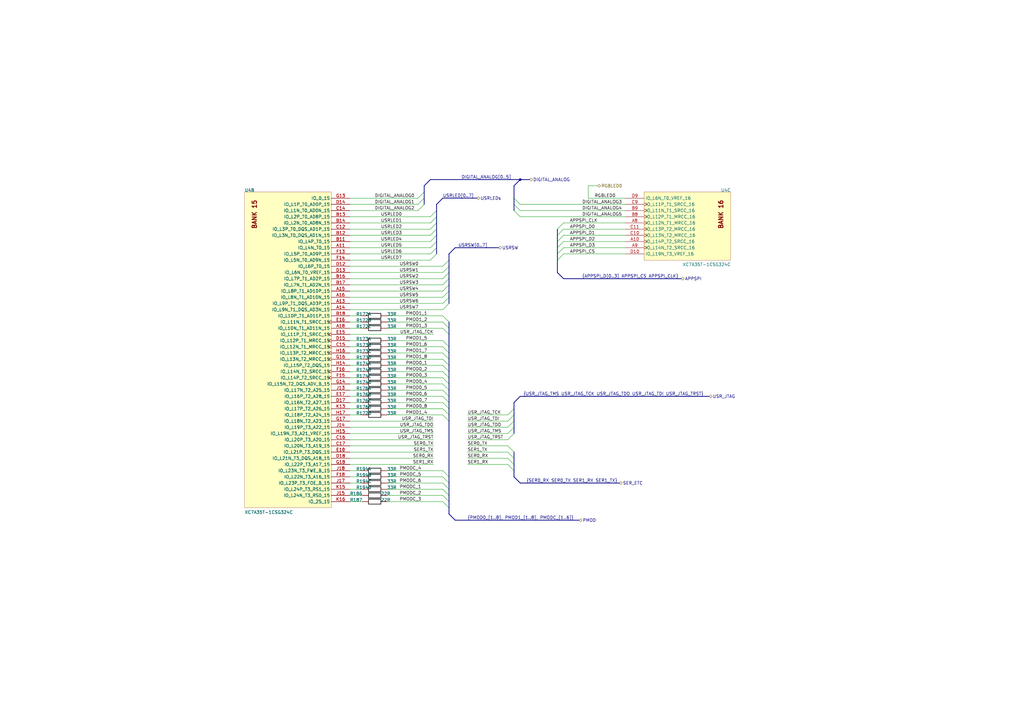
<source format=kicad_sch>
(kicad_sch (version 20231120) (generator "eeschema") (generator_version "8.0")
  (paper "A3")
  (title_block (title "NAE-SONATA-ONE") (date "2024-08-16") (rev "10") (company "NewAE Technology") (comment 2 "Apache-2"))
  (junction (at 213.36 73.66))
  (bus_entry (at 184.15 195.58) (size -2.54 -2.54))
  (bus_entry (at 210.82 83.82) (size 2.54 2.54))
  (bus_entry (at 184.15 144.78) (size -2.54 -2.54))
  (bus_entry (at 208.28 172.72) (size 2.54 -2.54))
  (bus_entry (at 208.28 190.5) (size 2.54 2.54))
  (bus_entry (at 171.45 83.82) (size 2.54 -2.54))
  (bus_entry (at 181.61 111.76) (size 2.54 -2.54))
  (bus_entry (at 184.15 154.94) (size -2.54 -2.54))
  (bus_entry (at 208.28 180.34) (size 2.54 -2.54))
  (bus_entry (at 176.53 93.98) (size 2.54 -2.54))
  (bus_entry (at 171.45 86.36) (size 2.54 -2.54))
  (bus_entry (at 184.15 172.72) (size -2.54 -2.54))
  (bus_entry (at 184.15 157.48) (size -2.54 -2.54))
  (bus_entry (at 184.15 152.4) (size -2.54 -2.54))
  (bus_entry (at 184.15 137.16) (size -2.54 -2.54))
  (bus_entry (at 208.28 175.26) (size 2.54 -2.54))
  (bus_entry (at 181.61 121.92) (size 2.54 -2.54))
  (bus_entry (at 228.6 99.06) (size 2.54 -2.54))
  (bus_entry (at 184.15 205.74) (size -2.54 -2.54))
  (bus_entry (at 184.15 142.24) (size -2.54 -2.54))
  (bus_entry (at 228.6 104.14) (size 2.54 -2.54))
  (bus_entry (at 181.61 124.46) (size 2.54 -2.54))
  (bus_entry (at 184.15 200.66) (size -2.54 -2.54))
  (bus_entry (at 181.61 127) (size 2.54 -2.54))
  (bus_entry (at 176.53 104.14) (size 2.54 -2.54))
  (bus_entry (at 228.6 106.68) (size 2.54 -2.54))
  (bus_entry (at 181.61 109.22) (size 2.54 -2.54))
  (bus_entry (at 176.53 96.52) (size 2.54 -2.54))
  (bus_entry (at 184.15 170.18) (size -2.54 -2.54))
  (bus_entry (at 181.61 119.38) (size 2.54 -2.54))
  (bus_entry (at 208.28 170.18) (size 2.54 -2.54))
  (bus_entry (at 184.15 165.1) (size -2.54 -2.54))
  (bus_entry (at 184.15 208.28) (size -2.54 -2.54))
  (bus_entry (at 208.28 182.88) (size 2.54 2.54))
  (bus_entry (at 181.61 116.84) (size 2.54 -2.54))
  (bus_entry (at 208.28 187.96) (size 2.54 2.54))
  (bus_entry (at 176.53 91.44) (size 2.54 -2.54))
  (bus_entry (at 184.15 132.08) (size -2.54 -2.54))
  (bus_entry (at 176.53 106.68) (size 2.54 -2.54))
  (bus_entry (at 208.28 177.8) (size 2.54 -2.54))
  (bus_entry (at 210.82 86.36) (size 2.54 2.54))
  (bus_entry (at 184.15 203.2) (size -2.54 -2.54))
  (bus_entry (at 184.15 162.56) (size -2.54 -2.54))
  (bus_entry (at 184.15 134.62) (size -2.54 -2.54))
  (bus_entry (at 184.15 160.02) (size -2.54 -2.54))
  (bus_entry (at 176.53 99.06) (size 2.54 -2.54))
  (bus_entry (at 228.6 101.6) (size 2.54 -2.54))
  (bus_entry (at 184.15 167.64) (size -2.54 -2.54))
  (bus_entry (at 228.6 93.98) (size 2.54 -2.54))
  (bus_entry (at 210.82 81.28) (size 2.54 2.54))
  (bus_entry (at 171.45 81.28) (size 2.54 -2.54))
  (bus_entry (at 181.61 114.3) (size 2.54 -2.54))
  (bus_entry (at 208.28 185.42) (size 2.54 2.54))
  (bus_entry (at 184.15 149.86) (size -2.54 -2.54))
  (bus_entry (at 184.15 147.32) (size -2.54 -2.54))
  (bus_entry (at 184.15 198.12) (size -2.54 -2.54))
  (bus_entry (at 228.6 96.52) (size 2.54 -2.54))
  (bus_entry (at 176.53 101.6) (size 2.54 -2.54))
  (bus_entry (at 176.53 88.9) (size 2.54 -2.54))
  (bus (pts (xy 184.15 170.18) (xy 184.15 172.72)))
  (bus (pts (xy 213.36 73.66) (xy 217.17 73.66)))
  (wire (pts (xy 231.14 104.14) (xy 256.54 104.14)))
  (wire (pts (xy 191.77 177.8) (xy 208.28 177.8)))
  (bus (pts (xy 228.6 93.98) (xy 228.6 96.52)))
  (bus (pts (xy 176.53 73.66) (xy 213.36 73.66)))
  (wire (pts (xy 143.51 182.88) (xy 177.8 182.88)))
  (wire (pts (xy 143.51 86.36) (xy 171.45 86.36)))
  (wire (pts (xy 158.75 160.02) (xy 181.61 160.02)))
  (wire (pts (xy 143.51 127) (xy 181.61 127)))
  (bus (pts (xy 184.15 208.28) (xy 184.15 210.82)))
  (wire (pts (xy 158.75 154.94) (xy 181.61 154.94)))
  (wire (pts (xy 143.51 99.06) (xy 176.53 99.06)))
  (bus (pts (xy 173.99 81.28) (xy 173.99 78.74)))
  (wire (pts (xy 158.75 149.86) (xy 181.61 149.86)))
  (bus (pts (xy 184.15 124.46) (xy 184.15 121.92)))
  (wire (pts (xy 143.51 129.54) (xy 148.59 129.54)))
  (wire (pts (xy 158.75 162.56) (xy 181.61 162.56)))
  (bus (pts (xy 184.15 205.74) (xy 184.15 208.28)))
  (wire (pts (xy 143.51 177.8) (xy 177.8 177.8)))
  (wire (pts (xy 158.75 139.7) (xy 181.61 139.7)))
  (wire (pts (xy 158.75 147.32) (xy 181.61 147.32)))
  (wire (pts (xy 143.51 106.68) (xy 176.53 106.68)))
  (wire (pts (xy 143.51 185.42) (xy 177.8 185.42)))
  (wire (pts (xy 158.75 132.08) (xy 181.61 132.08)))
  (bus (pts (xy 184.15 154.94) (xy 184.15 157.48)))
  (bus (pts (xy 181.61 81.28) (xy 195.58 81.28)))
  (wire (pts (xy 143.51 111.76) (xy 181.61 111.76)))
  (wire (pts (xy 143.51 96.52) (xy 176.53 96.52)))
  (wire (pts (xy 231.14 101.6) (xy 256.54 101.6)))
  (bus (pts (xy 184.15 203.2) (xy 184.15 205.74)))
  (bus (pts (xy 184.15 104.14) (xy 186.69 101.6)))
  (bus (pts (xy 186.69 101.6) (xy 204.47 101.6)))
  (wire (pts (xy 181.61 124.46) (xy 143.51 124.46)))
  (wire (pts (xy 148.59 157.48) (xy 143.51 157.48)))
  (bus (pts (xy 184.15 198.12) (xy 184.15 200.66)))
  (wire (pts (xy 143.51 109.22) (xy 181.61 109.22)))
  (wire (pts (xy 143.51 132.08) (xy 148.59 132.08)))
  (bus (pts (xy 210.82 177.8) (xy 210.82 175.26)))
  (bus (pts (xy 184.15 147.32) (xy 184.15 149.86)))
  (wire (pts (xy 213.36 83.82) (xy 256.54 83.82)))
  (wire (pts (xy 148.59 200.66) (xy 143.51 200.66)))
  (wire (pts (xy 191.77 175.26) (xy 208.28 175.26)))
  (bus (pts (xy 179.07 104.14) (xy 179.07 101.6)))
  (bus (pts (xy 210.82 83.82) (xy 210.82 86.36)))
  (bus (pts (xy 179.07 99.06) (xy 179.07 96.52)))
  (wire (pts (xy 181.61 200.66) (xy 158.75 200.66)))
  (wire (pts (xy 241.3 76.2) (xy 241.3 81.28)))
  (wire (pts (xy 148.59 193.04) (xy 143.51 193.04)))
  (bus (pts (xy 179.07 101.6) (xy 179.07 99.06)))
  (bus (pts (xy 173.99 78.74) (xy 173.99 76.2)))
  (bus (pts (xy 184.15 165.1) (xy 184.15 167.64)))
  (wire (pts (xy 143.51 139.7) (xy 148.59 139.7)))
  (bus (pts (xy 210.82 76.2) (xy 210.82 81.28)))
  (wire (pts (xy 148.59 142.24) (xy 143.51 142.24)))
  (bus (pts (xy 179.07 93.98) (xy 179.07 91.44)))
  (wire (pts (xy 191.77 185.42) (xy 208.28 185.42)))
  (wire (pts (xy 143.51 195.58) (xy 148.59 195.58)))
  (bus (pts (xy 179.07 86.36) (xy 179.07 83.82)))
  (bus (pts (xy 173.99 76.2) (xy 176.53 73.66)))
  (wire (pts (xy 158.75 193.04) (xy 181.61 193.04)))
  (bus (pts (xy 184.15 210.82) (xy 186.69 213.36)))
  (wire (pts (xy 143.51 104.14) (xy 176.53 104.14)))
  (wire (pts (xy 148.59 170.18) (xy 143.51 170.18)))
  (bus (pts (xy 210.82 167.64) (xy 210.82 165.1)))
  (wire (pts (xy 143.51 93.98) (xy 176.53 93.98)))
  (wire (pts (xy 191.77 190.5) (xy 208.28 190.5)))
  (wire (pts (xy 148.59 160.02) (xy 143.51 160.02)))
  (bus (pts (xy 184.15 144.78) (xy 184.15 147.32)))
  (wire (pts (xy 158.75 152.4) (xy 181.61 152.4)))
  (wire (pts (xy 231.14 91.44) (xy 256.54 91.44)))
  (bus (pts (xy 184.15 142.24) (xy 184.15 144.78)))
  (wire (pts (xy 143.51 116.84) (xy 181.61 116.84)))
  (bus (pts (xy 210.82 81.28) (xy 210.82 83.82)))
  (wire (pts (xy 143.51 175.26) (xy 177.8 175.26)))
  (bus (pts (xy 184.15 152.4) (xy 184.15 154.94)))
  (bus (pts (xy 228.6 111.76) (xy 231.14 114.3)))
  (wire (pts (xy 148.59 152.4) (xy 143.51 152.4)))
  (bus (pts (xy 210.82 195.58) (xy 213.36 198.12)))
  (wire (pts (xy 143.51 81.28) (xy 171.45 81.28)))
  (bus (pts (xy 210.82 193.04) (xy 210.82 195.58)))
  (wire (pts (xy 231.14 93.98) (xy 256.54 93.98)))
  (bus (pts (xy 184.15 106.68) (xy 184.15 104.14)))
  (bus (pts (xy 179.07 96.52) (xy 179.07 93.98)))
  (bus (pts (xy 184.15 200.66) (xy 184.15 203.2)))
  (wire (pts (xy 143.51 137.16) (xy 177.8 137.16)))
  (bus (pts (xy 179.07 88.9) (xy 179.07 86.36)))
  (bus (pts (xy 179.07 83.82) (xy 181.61 81.28)))
  (wire (pts (xy 143.51 172.72) (xy 177.8 172.72)))
  (wire (pts (xy 143.51 134.62) (xy 148.59 134.62)))
  (bus (pts (xy 173.99 83.82) (xy 173.99 81.28)))
  (bus (pts (xy 228.6 99.06) (xy 228.6 101.6)))
  (bus (pts (xy 184.15 134.62) (xy 184.15 137.16)))
  (wire (pts (xy 158.75 165.1) (xy 181.61 165.1)))
  (wire (pts (xy 148.59 154.94) (xy 143.51 154.94)))
  (bus (pts (xy 210.82 185.42) (xy 210.82 187.96)))
  (bus (pts (xy 210.82 172.72) (xy 210.82 170.18)))
  (wire (pts (xy 148.59 144.78) (xy 143.51 144.78)))
  (bus (pts (xy 213.36 162.56) (xy 290.83 162.56)))
  (bus (pts (xy 184.15 162.56) (xy 184.15 165.1)))
  (wire (pts (xy 158.75 157.48) (xy 181.61 157.48)))
  (wire (pts (xy 148.59 165.1) (xy 143.51 165.1)))
  (wire (pts (xy 143.51 101.6) (xy 176.53 101.6)))
  (bus (pts (xy 231.14 114.3) (xy 279.4 114.3)))
  (bus (pts (xy 184.15 132.08) (xy 184.15 134.62)))
  (bus (pts (xy 184.15 172.72) (xy 184.15 195.58)))
  (bus (pts (xy 210.82 175.26) (xy 210.82 172.72)))
  (wire (pts (xy 181.61 203.2) (xy 158.75 203.2)))
  (bus (pts (xy 228.6 96.52) (xy 228.6 99.06)))
  (bus (pts (xy 184.15 160.02) (xy 184.15 162.56)))
  (bus (pts (xy 184.15 137.16) (xy 184.15 142.24)))
  (wire (pts (xy 191.77 182.88) (xy 208.28 182.88)))
  (bus (pts (xy 184.15 157.48) (xy 184.15 160.02)))
  (wire (pts (xy 181.61 119.38) (xy 143.51 119.38)))
  (bus (pts (xy 184.15 121.92) (xy 184.15 119.38)))
  (bus (pts (xy 228.6 104.14) (xy 228.6 106.68)))
  (wire (pts (xy 213.36 88.9) (xy 256.54 88.9)))
  (bus (pts (xy 184.15 109.22) (xy 184.15 106.68)))
  (bus (pts (xy 210.82 187.96) (xy 210.82 190.5)))
  (bus (pts (xy 228.6 101.6) (xy 228.6 104.14)))
  (wire (pts (xy 158.75 142.24) (xy 181.61 142.24)))
  (bus (pts (xy 184.15 119.38) (xy 184.15 116.84)))
  (bus (pts (xy 184.15 116.84) (xy 184.15 114.3)))
  (wire (pts (xy 158.75 134.62) (xy 181.61 134.62)))
  (wire (pts (xy 213.36 86.36) (xy 256.54 86.36)))
  (wire (pts (xy 241.3 76.2) (xy 245.11 76.2)))
  (wire (pts (xy 148.59 162.56) (xy 143.51 162.56)))
  (wire (pts (xy 143.51 205.74) (xy 148.59 205.74)))
  (bus (pts (xy 210.82 170.18) (xy 210.82 167.64)))
  (wire (pts (xy 231.14 96.52) (xy 256.54 96.52)))
  (bus (pts (xy 210.82 190.5) (xy 210.82 193.04)))
  (wire (pts (xy 143.51 88.9) (xy 176.53 88.9)))
  (wire (pts (xy 148.59 167.64) (xy 143.51 167.64)))
  (bus (pts (xy 184.15 114.3) (xy 184.15 111.76)))
  (bus (pts (xy 184.15 195.58) (xy 184.15 198.12)))
  (bus (pts (xy 213.36 73.66) (xy 210.82 76.2)))
  (bus (pts (xy 184.15 149.86) (xy 184.15 152.4)))
  (wire (pts (xy 143.51 187.96) (xy 177.8 187.96)))
  (wire (pts (xy 158.75 144.78) (xy 181.61 144.78)))
  (bus (pts (xy 184.15 111.76) (xy 184.15 109.22)))
  (bus (pts (xy 213.36 198.12) (xy 254 198.12)))
  (bus (pts (xy 186.69 213.36) (xy 237.49 213.36)))
  (wire (pts (xy 181.61 195.58) (xy 158.75 195.58)))
  (wire (pts (xy 181.61 205.74) (xy 158.75 205.74)))
  (wire (pts (xy 143.51 190.5) (xy 177.8 190.5)))
  (wire (pts (xy 143.51 121.92) (xy 181.61 121.92)))
  (wire (pts (xy 143.51 180.34) (xy 177.8 180.34)))
  (wire (pts (xy 158.75 170.18) (xy 181.61 170.18)))
  (wire (pts (xy 191.77 170.18) (xy 208.28 170.18)))
  (bus (pts (xy 210.82 165.1) (xy 213.36 162.56)))
  (wire (pts (xy 231.14 99.06) (xy 256.54 99.06)))
  (wire (pts (xy 143.51 198.12) (xy 148.59 198.12)))
  (wire (pts (xy 143.51 203.2) (xy 148.59 203.2)))
  (wire (pts (xy 148.59 147.32) (xy 143.51 147.32)))
  (wire (pts (xy 143.51 83.82) (xy 171.45 83.82)))
  (wire (pts (xy 148.59 149.86) (xy 143.51 149.86)))
  (wire (pts (xy 143.51 91.44) (xy 176.53 91.44)))
  (wire (pts (xy 241.3 81.28) (xy 256.54 81.28)))
  (wire (pts (xy 181.61 198.12) (xy 158.75 198.12)))
  (bus (pts (xy 179.07 91.44) (xy 179.07 88.9)))
  (wire (pts (xy 158.75 167.64) (xy 181.61 167.64)))
  (bus (pts (xy 228.6 106.68) (xy 228.6 111.76)))
  (wire (pts (xy 158.75 129.54) (xy 181.61 129.54)))
  (wire (pts (xy 191.77 172.72) (xy 208.28 172.72)))
  (wire (pts (xy 143.51 114.3) (xy 181.61 114.3)))
  (wire (pts (xy 191.77 187.96) (xy 208.28 187.96)))
  (bus (pts (xy 184.15 167.64) (xy 184.15 170.18)))
  (wire (pts (xy 191.77 180.34) (xy 208.28 180.34)))
  (label "USR_JTAG_TDO" (at 177.8 175.26 180))
  (label "USRLED2" (at 156.21 93.98 0))
  (label "USR_JTAG_TMS" (at 177.8 177.8 180))
  (label "DIGITAL_ANALOG3" (at 238.76 83.82 0))
  (label "SER1_TX" (at 191.77 185.42 0))
  (label "SER0_RX" (at 177.8 187.96 180))
  (label "USRLED0" (at 156.21 88.9 0))
  (label "PMOD1_3" (at 166.37 134.62 0))
  (label "USR_JTAG_TRST" (at 191.77 180.34 0))
  (label "PMOD1_7" (at 166.37 144.78 0))
  (label "USRSW2" (at 163.83 114.3 0))
  (label "RGBLED0" (at 243.84 81.28 0))
  (label "{PMOD0_[1..8], PMOD1_[1..8], PMODC_[1..6]}" (at 191.77 213.36 0))
  (label "APPSPI_D3" (at 233.68 101.6 0))
  (label "PMODC_5" (at 163.83 195.58 0))
  (label "DIGITAL_ANALOG1" (at 153.67 83.82 0))
  (label "PMOD1_1" (at 166.37 129.54 0))
  (label "SER1_RX" (at 191.77 190.5 0))
  (label "USRLED[0..7]" (at 181.61 81.28 0))
  (label "USRLED7" (at 156.21 106.68 0))
  (label "APPSPI_D0" (at 233.68 93.98 0))
  (label "PMOD0_8" (at 166.37 167.64 0))
  (label "USRSW4" (at 163.83 119.38 0))
  (label "USRSW[0..7]" (at 187.96 101.6 0))
  (label "SER1_TX" (at 177.8 185.42 180))
  (label "APPSPI_D2" (at 233.68 99.06 0))
  (label "USRLED5" (at 156.21 101.6 0))
  (label "{APPSPI_D[0..3] APPSPI_CS APPSPI_CLK}" (at 238.76 114.3 0))
  (label "SER0_TX" (at 177.8 182.88 180))
  (label "{SER0_RX SER0_TX SER1_RX SER1_TX}" (at 215.9 198.12 0))
  (label "PMOD1_5" (at 166.37 139.7 0))
  (label "USR_JTAG_TCK" (at 177.8 137.16 180))
  (label "DIGITAL_ANALOG5" (at 238.76 88.9 0))
  (label "PMOD0_7" (at 166.37 165.1 0))
  (label "USR_JTAG_TRST" (at 177.8 180.34 180))
  (label "PMOD0_1" (at 166.37 149.86 0))
  (label "USRSW0" (at 163.83 109.22 0))
  (label "PMOD0_6" (at 166.37 162.56 0))
  (label "USR_JTAG_TDI" (at 191.77 172.72 0))
  (label "USRSW1" (at 163.83 111.76 0))
  (label "USRSW5" (at 163.83 121.92 0))
  (label "PMODC_1" (at 163.83 200.66 0))
  (label "SER1_RX" (at 177.8 190.5 180))
  (label "USRLED6" (at 156.21 104.14 0))
  (label "APPSPI_D1" (at 233.68 96.52 0))
  (label "DIGITAL_ANALOG2" (at 153.67 86.36 0))
  (label "USRLED4" (at 156.21 99.06 0))
  (label "DIGITAL_ANALOG[0..5]" (at 189.23 73.66 0))
  (label "SER0_RX" (at 191.77 187.96 0))
  (label "USRSW6" (at 163.83 124.46 0))
  (label "PMODC_6" (at 163.83 198.12 0))
  (label "PMODC_2" (at 163.83 203.2 0))
  (label "PMOD0_4" (at 166.37 157.48 0))
  (label "USRSW3" (at 163.83 116.84 0))
  (label "USR_JTAG_TDO" (at 191.77 175.26 0))
  (label "USRLED1" (at 156.21 91.44 0))
  (label "USR_JTAG_TMS" (at 191.77 177.8 0))
  (label "PMOD1_2" (at 166.37 132.08 0))
  (label "SER0_TX" (at 191.77 182.88 0))
  (label "PMOD1_6" (at 166.37 142.24 0))
  (label "PMOD0_5" (at 166.37 160.02 0))
  (label "PMOD1_4" (at 166.37 170.18 0))
  (label "USRLED3" (at 156.21 96.52 0))
  (label "PMOD1_8" (at 166.37 147.32 0))
  (label "APPSPI_CS" (at 233.68 104.14 0))
  (label "APPSPI_CLK" (at 233.68 91.44 0))
  (label "USR_JTAG_TCK" (at 191.77 170.18 0))
  (label "PMOD0_2" (at 166.37 152.4 0))
  (label "PMODC_3" (at 163.83 205.74 0))
  (label "DIGITAL_ANALOG4" (at 238.76 86.36 0))
  (label "PMODC_4" (at 163.83 193.04 0))
  (label "USR_JTAG_TDI" (at 177.8 172.72 180))
  (label "PMOD0_3" (at 166.37 154.94 0))
  (label "{USR_JTAG_TMS USR_JTAG_TCK USR_JTAG_TDO USR_JTAG_TDI USR_JTAG_TRST}" (at 214.63 162.56 0))
  (label "USRSW7" (at 163.83 127 0))
  (label "DIGITAL_ANALOG0" (at 153.67 81.28 0))
  (hierarchical_label "DIGITAL_ANALOG" (shape bidirectional) (at 217.17 73.66 0))
  (hierarchical_label "USRSW" (shape bidirectional) (at 204.47 101.6 0))
  (hierarchical_label "USRLEDs" (shape bidirectional) (at 195.58 81.28 0))
  (hierarchical_label "PMOD" (shape bidirectional) (at 237.49 213.36 0))
  (hierarchical_label "USR_JTAG" (shape bidirectional) (at 290.83 162.56 0))
  (hierarchical_label "RGBLED0" (shape bidirectional) (at 245.11 76.2 0))
  (hierarchical_label "APPSPI" (shape bidirectional) (at 279.4 114.3 0))
  (hierarchical_label "SER_ETC" (shape bidirectional) (at 254 198.12 0))
  (symbol (lib_id "SONATA-ONE-symbols:root_1_RES-EU-4ARRAY") (at 153.67 170.18 0) (unit 4)
    (property "Reference" "R172" (at 146.05 170.18 0) (effects (justify left bottom)))
    (property "Value" "33R" (at 158.75 170.18 0) (effects (justify left bottom)))
    (property "Footprint" "SONATA-ONE-LIBRARY:741C083" (effects (hide yes)))
    (property "Description" "33-ohm, 0.5mm res array" (effects (hide yes)))
    (property "MANUFACTURE PART NUMBER 1" "741C083330JP" (effects (hide yes)))
  )
  (symbol (lib_id "SONATA-ONE-symbols:root_1_RES-EU") (at 153.67 205.74 0) (unit 1)
    (property "Reference" "R187" (at 143.51 205.74 0) (effects (justify left bottom)))
    (property "Value" "22R" (at 156.21 205.74 0) (effects (justify left bottom)))
    (property "Footprint" "SONATA-ONE-LIBRARY:RESC1005X40N" (effects (hide yes)))
    (property "Description" "10k res, 0402, 1%, 1/16W" (effects (hide yes)))
    (property "MANUFACTURE PART NUMBER 1" "RC0402FR-0722RL" (effects (hide yes)))
  )
  (symbol (lib_id "SONATA-ONE-symbols:root_1_RES-EU-4ARRAY") (at 153.67 157.48 0) (unit 4)
    (property "Reference" "R174" (at 146.05 157.48 0) (effects (justify left bottom)))
    (property "Value" "33R" (at 158.75 157.48 0) (effects (justify left bottom)))
    (property "Footprint" "SONATA-ONE-LIBRARY:741C083" (effects (hide yes)))
    (property "Description" "33-ohm, 0.5mm res array" (effects (hide yes)))
    (property "MANUFACTURE PART NUMBER 1" "741C083330JP" (effects (hide yes)))
  )
  (symbol (lib_id "SONATA-ONE-symbols:root_0_XLNX-XC7A35T-CSG324") (at 100.33 78.74 0) (unit 2)
    (property "Reference" "U4" (at 100.33 78.74 0) (effects (justify left bottom)))
    (property "Value" "XC7A35T-1CSG324C" (at 100.33 210.82 0) (effects (justify left bottom)))
    (property "Footprint" "SONATA-ONE-LIBRARY:CSG324" (effects (hide yes)))
    (property "Description" "Artix-7 FPGA, 210 User I/Os, 0 GTP, 324-Ball BGA, Speed Grade 1, Commercial Grade, Pb-Free" (effects (hide yes)))
  )
  (symbol (lib_id "SONATA-ONE-symbols:root_1_RES-EU-4ARRAY") (at 153.67 129.54 0) (unit 1)
    (property "Reference" "R172" (at 146.05 129.54 0) (effects (justify left bottom)))
    (property "Value" "33R" (at 158.75 129.54 0) (effects (justify left bottom)))
    (property "Footprint" "SONATA-ONE-LIBRARY:741C083" (effects (hide yes)))
    (property "Description" "33-ohm, 0.5mm res array" (effects (hide yes)))
    (property "MANUFACTURE PART NUMBER 1" "741C083330JP" (effects (hide yes)))
  )
  (symbol (lib_id "SONATA-ONE-symbols:root_1_RES-EU-4ARRAY") (at 153.67 165.1 0) (unit 3)
    (property "Reference" "R176" (at 146.05 165.1 0) (effects (justify left bottom)))
    (property "Value" "33R" (at 158.75 165.1 0) (effects (justify left bottom)))
    (property "Footprint" "SONATA-ONE-LIBRARY:741C083" (effects (hide yes)))
    (property "Description" "33-ohm, 0.5mm res array" (effects (hide yes)))
    (property "MANUFACTURE PART NUMBER 1" "741C083330JP" (effects (hide yes)))
  )
  (symbol (lib_id "SONATA-ONE-symbols:root_1_RES-EU-4ARRAY") (at 153.67 195.58 0) (unit 2)
    (property "Reference" "R194" (at 146.05 195.58 0) (effects (justify left bottom)))
    (property "Value" "33R" (at 158.75 195.58 0) (effects (justify left bottom)))
    (property "Footprint" "SONATA-ONE-LIBRARY:741C083" (effects (hide yes)))
    (property "Description" "33-ohm, 0.5mm res array" (effects (hide yes)))
    (property "MANUFACTURE PART NUMBER 1" "741C083330JP" (effects (hide yes)))
  )
  (symbol (lib_id "SONATA-ONE-symbols:root_1_RES-EU-4ARRAY") (at 153.67 134.62 0) (unit 3)
    (property "Reference" "R172" (at 146.05 134.62 0) (effects (justify left bottom)))
    (property "Value" "33R" (at 158.75 134.62 0) (effects (justify left bottom)))
    (property "Footprint" "SONATA-ONE-LIBRARY:741C083" (effects (hide yes)))
    (property "Description" "33-ohm, 0.5mm res array" (effects (hide yes)))
    (property "MANUFACTURE PART NUMBER 1" "741C083330JP" (effects (hide yes)))
  )
  (symbol (lib_id "SONATA-ONE-symbols:root_1_RES-EU-4ARRAY") (at 153.67 142.24 0) (unit 2)
    (property "Reference" "R173" (at 146.05 142.24 0) (effects (justify left bottom)))
    (property "Value" "33R" (at 158.75 142.24 0) (effects (justify left bottom)))
    (property "Footprint" "SONATA-ONE-LIBRARY:741C083" (effects (hide yes)))
    (property "Description" "33-ohm, 0.5mm res array" (effects (hide yes)))
    (property "MANUFACTURE PART NUMBER 1" "741C083330JP" (effects (hide yes)))
  )
  (symbol (lib_id "SONATA-ONE-symbols:root_1_RES-EU-4ARRAY") (at 153.67 200.66 0) (unit 4)
    (property "Reference" "R194" (at 146.05 200.66 0) (effects (justify left bottom)))
    (property "Value" "33R" (at 158.75 200.66 0) (effects (justify left bottom)))
    (property "Footprint" "SONATA-ONE-LIBRARY:741C083" (effects (hide yes)))
    (property "Description" "33-ohm, 0.5mm res array" (effects (hide yes)))
    (property "MANUFACTURE PART NUMBER 1" "741C083330JP" (effects (hide yes)))
  )
  (symbol (lib_id "SONATA-ONE-symbols:root_1_RES-EU-4ARRAY") (at 153.67 162.56 0) (unit 2)
    (property "Reference" "R176" (at 146.05 162.56 0) (effects (justify left bottom)))
    (property "Value" "33R" (at 158.75 162.56 0) (effects (justify left bottom)))
    (property "Footprint" "SONATA-ONE-LIBRARY:741C083" (effects (hide yes)))
    (property "Description" "33-ohm, 0.5mm res array" (effects (hide yes)))
    (property "MANUFACTURE PART NUMBER 1" "741C083330JP" (effects (hide yes)))
  )
  (symbol (lib_id "SONATA-ONE-symbols:root_0_XLNX-XC7A35T-CSG324") (at 299.72 78.74 0) (mirror y) (unit 3)
    (property "Reference" "U4" (at 299.72 78.74 0) (effects (justify left bottom)))
    (property "Value" "XC7A35T-1CSG324C" (at 299.72 109.22 0) (effects (justify left bottom)))
    (property "Footprint" "SONATA-ONE-LIBRARY:CSG324" (effects (hide yes)))
    (property "Description" "Artix-7 FPGA, 210 User I/Os, 0 GTP, 324-Ball BGA, Speed Grade 1, Commercial Grade, Pb-Free" (effects (hide yes)))
  )
  (symbol (lib_id "SONATA-ONE-symbols:root_1_RES-EU-4ARRAY") (at 153.67 167.64 0) (unit 4)
    (property "Reference" "R176" (at 146.05 167.64 0) (effects (justify left bottom)))
    (property "Value" "33R" (at 158.75 167.64 0) (effects (justify left bottom)))
    (property "Footprint" "SONATA-ONE-LIBRARY:741C083" (effects (hide yes)))
    (property "Description" "33-ohm, 0.5mm res array" (effects (hide yes)))
    (property "MANUFACTURE PART NUMBER 1" "741C083330JP" (effects (hide yes)))
  )
  (symbol (lib_id "SONATA-ONE-symbols:root_1_RES-EU-4ARRAY") (at 153.67 154.94 0) (unit 3)
    (property "Reference" "R174" (at 146.05 154.94 0) (effects (justify left bottom)))
    (property "Value" "33R" (at 158.75 154.94 0) (effects (justify left bottom)))
    (property "Footprint" "SONATA-ONE-LIBRARY:741C083" (effects (hide yes)))
    (property "Description" "33-ohm, 0.5mm res array" (effects (hide yes)))
    (property "MANUFACTURE PART NUMBER 1" "741C083330JP" (effects (hide yes)))
  )
  (symbol (lib_id "SONATA-ONE-symbols:root_1_RES-EU-4ARRAY") (at 153.67 152.4 0) (unit 2)
    (property "Reference" "R174" (at 146.05 152.4 0) (effects (justify left bottom)))
    (property "Value" "33R" (at 158.75 152.4 0) (effects (justify left bottom)))
    (property "Footprint" "SONATA-ONE-LIBRARY:741C083" (effects (hide yes)))
    (property "Description" "33-ohm, 0.5mm res array" (effects (hide yes)))
    (property "MANUFACTURE PART NUMBER 1" "741C083330JP" (effects (hide yes)))
  )
  (symbol (lib_id "SONATA-ONE-symbols:root_1_RES-EU-4ARRAY") (at 153.67 160.02 0) (unit 1)
    (property "Reference" "R176" (at 146.05 160.02 0) (effects (justify left bottom)))
    (property "Value" "33R" (at 158.75 160.02 0) (effects (justify left bottom)))
    (property "Footprint" "SONATA-ONE-LIBRARY:741C083" (effects (hide yes)))
    (property "Description" "33-ohm, 0.5mm res array" (effects (hide yes)))
    (property "MANUFACTURE PART NUMBER 1" "741C083330JP" (effects (hide yes)))
  )
  (symbol (lib_id "SONATA-ONE-symbols:root_1_RES-EU") (at 153.67 203.2 0) (unit 1)
    (property "Reference" "R186" (at 143.51 203.2 0) (effects (justify left bottom)))
    (property "Value" "22R" (at 156.21 203.2 0) (effects (justify left bottom)))
    (property "Footprint" "SONATA-ONE-LIBRARY:RESC1005X40N" (effects (hide yes)))
    (property "Description" "10k res, 0402, 1%, 1/16W" (effects (hide yes)))
    (property "MANUFACTURE PART NUMBER 1" "RC0402FR-0722RL" (effects (hide yes)))
  )
  (symbol (lib_id "SONATA-ONE-symbols:root_1_RES-EU-4ARRAY") (at 153.67 139.7 0) (unit 1)
    (property "Reference" "R173" (at 146.05 139.7 0) (effects (justify left bottom)))
    (property "Value" "33R" (at 158.75 139.7 0) (effects (justify left bottom)))
    (property "Footprint" "SONATA-ONE-LIBRARY:741C083" (effects (hide yes)))
    (property "Description" "33-ohm, 0.5mm res array" (effects (hide yes)))
    (property "MANUFACTURE PART NUMBER 1" "741C083330JP" (effects (hide yes)))
  )
  (symbol (lib_id "SONATA-ONE-symbols:root_1_RES-EU-4ARRAY") (at 153.67 132.08 0) (unit 2)
    (property "Reference" "R172" (at 146.05 132.08 0) (effects (justify left bottom)))
    (property "Value" "33R" (at 158.75 132.08 0) (effects (justify left bottom)))
    (property "Footprint" "SONATA-ONE-LIBRARY:741C083" (effects (hide yes)))
    (property "Description" "33-ohm, 0.5mm res array" (effects (hide yes)))
    (property "MANUFACTURE PART NUMBER 1" "741C083330JP" (effects (hide yes)))
  )
  (symbol (lib_id "SONATA-ONE-symbols:root_1_RES-EU-4ARRAY") (at 153.67 147.32 0) (unit 4)
    (property "Reference" "R173" (at 146.05 147.32 0) (effects (justify left bottom)))
    (property "Value" "33R" (at 158.75 147.32 0) (effects (justify left bottom)))
    (property "Footprint" "SONATA-ONE-LIBRARY:741C083" (effects (hide yes)))
    (property "Description" "33-ohm, 0.5mm res array" (effects (hide yes)))
    (property "MANUFACTURE PART NUMBER 1" "741C083330JP" (effects (hide yes)))
  )
  (symbol (lib_id "SONATA-ONE-symbols:root_1_RES-EU-4ARRAY") (at 153.67 149.86 0) (unit 1)
    (property "Reference" "R174" (at 146.05 149.86 0) (effects (justify left bottom)))
    (property "Value" "33R" (at 158.75 149.86 0) (effects (justify left bottom)))
    (property "Footprint" "SONATA-ONE-LIBRARY:741C083" (effects (hide yes)))
    (property "Description" "33-ohm, 0.5mm res array" (effects (hide yes)))
    (property "MANUFACTURE PART NUMBER 1" "741C083330JP" (effects (hide yes)))
  )
  (symbol (lib_id "SONATA-ONE-symbols:root_1_RES-EU-4ARRAY") (at 153.67 198.12 0) (unit 3)
    (property "Reference" "R194" (at 146.05 198.12 0) (effects (justify left bottom)))
    (property "Value" "33R" (at 158.75 198.12 0) (effects (justify left bottom)))
    (property "Footprint" "SONATA-ONE-LIBRARY:741C083" (effects (hide yes)))
    (property "Description" "33-ohm, 0.5mm res array" (effects (hide yes)))
    (property "MANUFACTURE PART NUMBER 1" "741C083330JP" (effects (hide yes)))
  )
  (symbol (lib_id "SONATA-ONE-symbols:root_1_RES-EU-4ARRAY") (at 153.67 144.78 0) (unit 3)
    (property "Reference" "R173" (at 146.05 144.78 0) (effects (justify left bottom)))
    (property "Value" "33R" (at 158.75 144.78 0) (effects (justify left bottom)))
    (property "Footprint" "SONATA-ONE-LIBRARY:741C083" (effects (hide yes)))
    (property "Description" "33-ohm, 0.5mm res array" (effects (hide yes)))
    (property "MANUFACTURE PART NUMBER 1" "741C083330JP" (effects (hide yes)))
  )
  (symbol (lib_id "SONATA-ONE-symbols:root_1_RES-EU-4ARRAY") (at 153.67 193.04 0) (unit 1)
    (property "Reference" "R194" (at 146.05 193.04 0) (effects (justify left bottom)))
    (property "Value" "33R" (at 158.75 193.04 0) (effects (justify left bottom)))
    (property "Footprint" "SONATA-ONE-LIBRARY:741C083" (effects (hide yes)))
    (property "Description" "33-ohm, 0.5mm res array" (effects (hide yes)))
    (property "MANUFACTURE PART NUMBER 1" "741C083330JP" (effects (hide yes)))
  )
)
</source>
